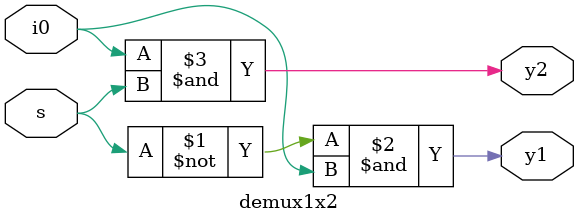
<source format=v>
`timescale 1ns / 1ps
module demux1x2(
    input i0,
    input s,
    output y1,
    output y2
    );
   assign y1=(~s)&i0;
    assign y2=i0&s;
endmodule

</source>
